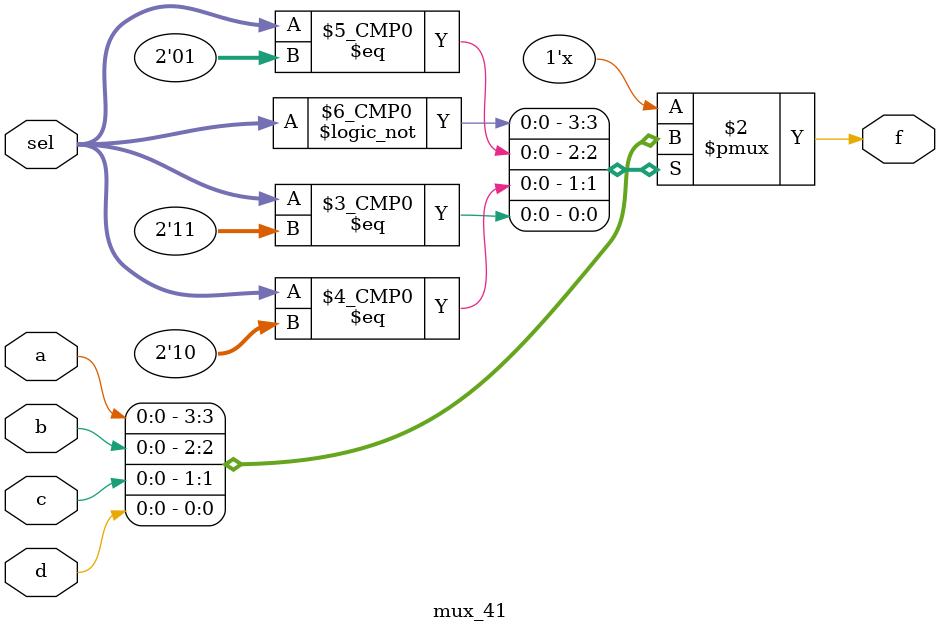
<source format=v>
module mux_41(a,b,c,d,sel,f);
input a,b,c,d;
input [1:0]sel;
output reg f;
always@(a or b or c or d or sel)
case (sel)
    2'b00: f<=a;
    2'b01: f<=b;
    2'b10: f<=c;
    2'b11: f<=d;
endcase

endmodule
</source>
